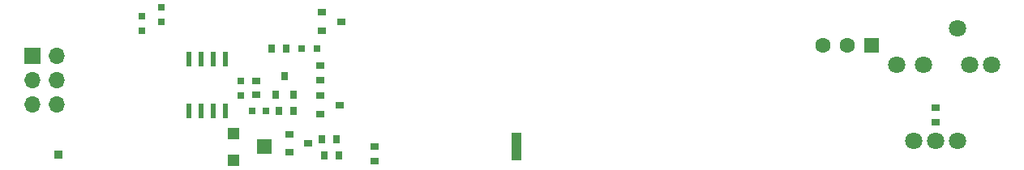
<source format=gbs>
G04 #@! TF.GenerationSoftware,KiCad,Pcbnew,5.0.0*
G04 #@! TF.CreationDate,2018-08-13T09:31:51+09:00*
G04 #@! TF.ProjectId,moids_infinity,6D6F6964735F696E66696E6974792E6B,rev?*
G04 #@! TF.SameCoordinates,Original*
G04 #@! TF.FileFunction,Soldermask,Bot*
G04 #@! TF.FilePolarity,Negative*
%FSLAX46Y46*%
G04 Gerber Fmt 4.6, Leading zero omitted, Abs format (unit mm)*
G04 Created by KiCad (PCBNEW 5.0.0) date Mon Aug 13 09:31:51 2018*
%MOMM*%
%LPD*%
G01*
G04 APERTURE LIST*
%ADD10R,0.800000X0.750000*%
%ADD11R,0.750000X0.800000*%
%ADD12R,0.800000X0.800000*%
%ADD13R,0.800000X0.900000*%
%ADD14R,0.900000X0.800000*%
%ADD15R,1.500000X1.600000*%
%ADD16R,1.200000X1.200000*%
%ADD17C,1.800000*%
%ADD18R,0.600000X1.550000*%
%ADD19R,0.850000X0.850000*%
%ADD20R,1.000000X3.000000*%
%ADD21R,1.700000X1.700000*%
%ADD22O,1.700000X1.700000*%
%ADD23C,1.600000*%
%ADD24R,1.520000X1.520000*%
G04 APERTURE END LIST*
D10*
G04 #@! TO.C,C2*
X116870000Y-105000000D03*
X118370000Y-105000000D03*
G04 #@! TD*
D11*
G04 #@! TO.C,C11*
X115740000Y-103380000D03*
X115740000Y-101880000D03*
G04 #@! TD*
G04 #@! TO.C,C12*
X105340000Y-96620000D03*
X105340000Y-95120000D03*
G04 #@! TD*
G04 #@! TO.C,C13*
X107450000Y-95660000D03*
X107450000Y-94160000D03*
G04 #@! TD*
D12*
G04 #@! TO.C,D2*
X123650000Y-98500000D03*
X122050000Y-98500000D03*
G04 #@! TD*
D13*
G04 #@! TO.C,Q1*
X121220000Y-103310000D03*
X119320000Y-103310000D03*
X120270000Y-101310000D03*
G04 #@! TD*
D14*
G04 #@! TO.C,Q2*
X120770000Y-109320000D03*
X120770000Y-107420000D03*
X122770000Y-108370000D03*
G04 #@! TD*
G04 #@! TO.C,Q3*
X124010000Y-105310000D03*
X124010000Y-103410000D03*
X126010000Y-104360000D03*
G04 #@! TD*
G04 #@! TO.C,Q4*
X124180000Y-96580000D03*
X124180000Y-94680000D03*
X126180000Y-95630000D03*
G04 #@! TD*
D15*
G04 #@! TO.C,RV1*
X118160000Y-108740000D03*
D16*
X114910000Y-107340000D03*
X114910000Y-110140000D03*
G04 #@! TD*
D17*
G04 #@! TO.C,T1*
X190550000Y-96340000D03*
X190550000Y-108140000D03*
X188250000Y-108140000D03*
X185950000Y-108140000D03*
X184200000Y-100140000D03*
X187000000Y-100140000D03*
X191800000Y-100140000D03*
X194100000Y-100140000D03*
G04 #@! TD*
D18*
G04 #@! TO.C,U2*
X114135000Y-104950000D03*
X112865000Y-104950000D03*
X111595000Y-104950000D03*
X110325000Y-104950000D03*
X110325000Y-99550000D03*
X111595000Y-99550000D03*
X112865000Y-99550000D03*
X114135000Y-99550000D03*
G04 #@! TD*
D19*
G04 #@! TO.C,TP1*
X96640000Y-109550000D03*
G04 #@! TD*
D20*
G04 #@! TO.C,JT2*
X144510000Y-108710000D03*
G04 #@! TD*
D21*
G04 #@! TO.C,J1*
X93960000Y-99250000D03*
D22*
X96500000Y-99250000D03*
X93960000Y-101790000D03*
X96500000Y-101790000D03*
X93960000Y-104330000D03*
X96500000Y-104330000D03*
G04 #@! TD*
D23*
G04 #@! TO.C,Q6*
X179040000Y-98150000D03*
X176500000Y-98150000D03*
D24*
X181580000Y-98150000D03*
G04 #@! TD*
D14*
G04 #@! TO.C,R1*
X117280000Y-101810000D03*
X117280000Y-103310000D03*
G04 #@! TD*
D13*
G04 #@! TO.C,R3*
X119720000Y-105020000D03*
X121220000Y-105020000D03*
G04 #@! TD*
G04 #@! TO.C,R6*
X124200000Y-107930000D03*
X125700000Y-107930000D03*
G04 #@! TD*
D14*
G04 #@! TO.C,R8*
X123990000Y-101760000D03*
X123990000Y-100260000D03*
G04 #@! TD*
G04 #@! TO.C,R9*
X129680000Y-110200000D03*
X129680000Y-108700000D03*
G04 #@! TD*
D13*
G04 #@! TO.C,R14*
X118960000Y-98500000D03*
X120460000Y-98500000D03*
G04 #@! TD*
D14*
G04 #@! TO.C,R18*
X188270000Y-106150000D03*
X188270000Y-104650000D03*
G04 #@! TD*
D13*
G04 #@! TO.C,R19*
X124420000Y-109680000D03*
X125920000Y-109680000D03*
G04 #@! TD*
M02*

</source>
